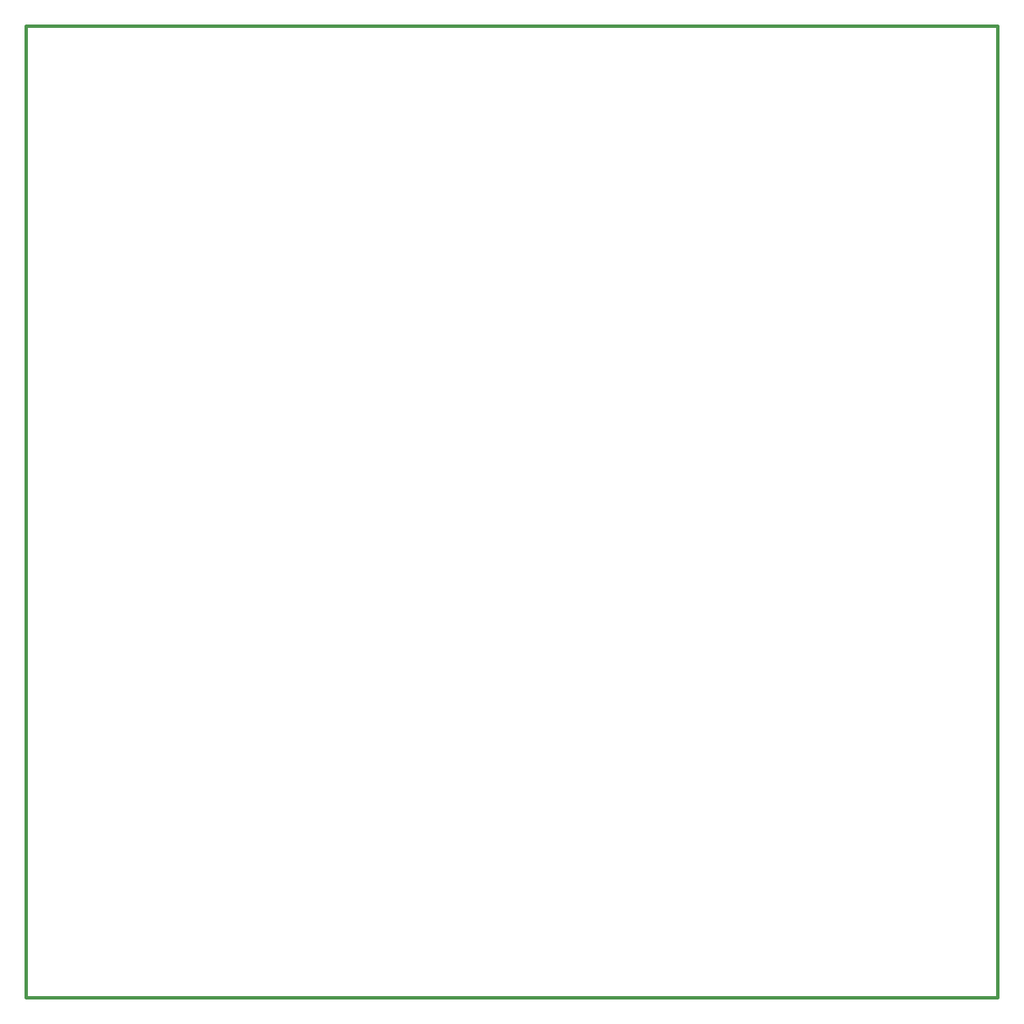
<source format=gko>
%FSLAX23Y23*%
%MOIN*%
G70*
G01*
G75*
G04 Layer_Color=16711935*
%ADD10R,0.083X0.055*%
%ADD11R,0.061X0.035*%
%ADD12R,0.035X0.061*%
%ADD13R,0.067X0.039*%
%ADD14R,0.059X0.059*%
%ADD15C,0.039*%
%ADD16C,0.012*%
%ADD17C,0.020*%
%ADD18R,0.059X0.059*%
%ADD19C,0.059*%
%ADD20C,0.256*%
%ADD21C,0.118*%
%ADD22C,0.075*%
%ADD23R,0.075X0.075*%
%ADD24C,0.062*%
%ADD25R,0.062X0.062*%
%ADD26R,0.138X0.138*%
%ADD27C,0.138*%
%ADD28R,0.063X0.063*%
%ADD29C,0.063*%
%ADD30C,0.098*%
%ADD31R,0.098X0.098*%
%ADD32C,0.055*%
%ADD33C,0.079*%
%ADD34R,0.079X0.079*%
%ADD35C,0.050*%
%ADD36O,0.020X0.069*%
%ADD37O,0.069X0.020*%
%ADD38C,0.010*%
%ADD39C,0.006*%
%ADD40C,0.001*%
%ADD41C,0.008*%
%ADD42R,0.110X0.031*%
%ADD43R,0.091X0.063*%
%ADD44R,0.069X0.043*%
%ADD45R,0.043X0.069*%
%ADD46R,0.075X0.047*%
%ADD47R,0.067X0.067*%
%ADD48R,0.067X0.067*%
%ADD49C,0.067*%
%ADD50C,0.264*%
%ADD51C,0.126*%
%ADD52C,0.083*%
%ADD53R,0.083X0.083*%
%ADD54C,0.070*%
%ADD55R,0.070X0.070*%
%ADD56R,0.146X0.146*%
%ADD57C,0.146*%
%ADD58R,0.071X0.071*%
%ADD59C,0.071*%
%ADD60C,0.106*%
%ADD61R,0.106X0.106*%
%ADD62C,0.063*%
%ADD63C,0.087*%
%ADD64R,0.087X0.087*%
%ADD65C,0.058*%
%ADD66O,0.028X0.077*%
%ADD67O,0.077X0.028*%
D16*
X2051Y3051D02*
Y6886D01*
X5886D01*
Y3051D02*
Y6886D01*
X2051Y3051D02*
X5886D01*
M02*

</source>
